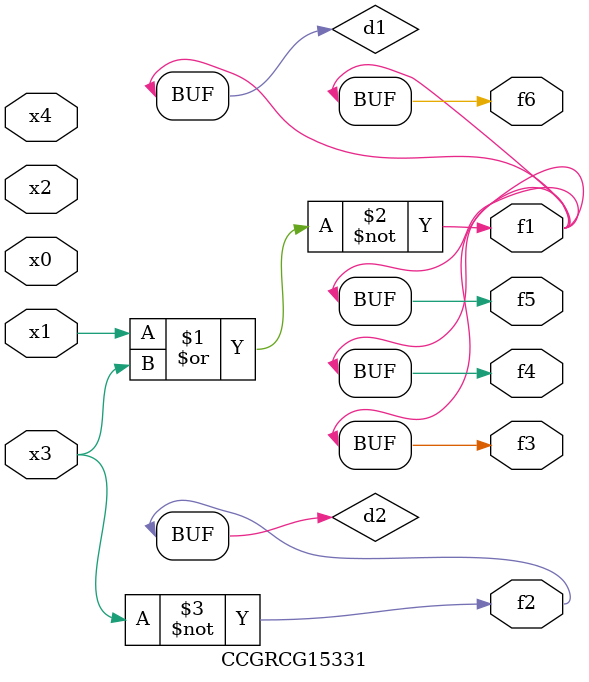
<source format=v>
module CCGRCG15331(
	input x0, x1, x2, x3, x4,
	output f1, f2, f3, f4, f5, f6
);

	wire d1, d2;

	nor (d1, x1, x3);
	not (d2, x3);
	assign f1 = d1;
	assign f2 = d2;
	assign f3 = d1;
	assign f4 = d1;
	assign f5 = d1;
	assign f6 = d1;
endmodule

</source>
